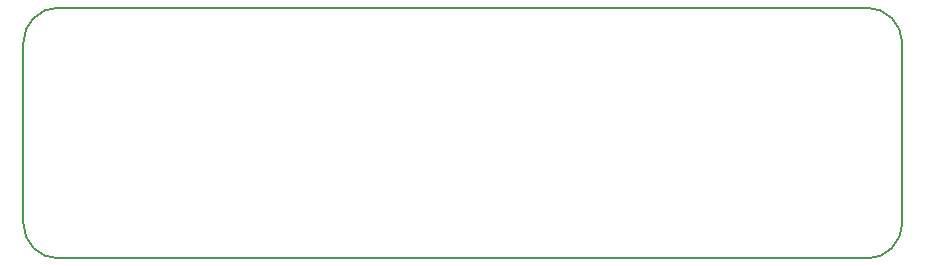
<source format=gbr>
%TF.GenerationSoftware,KiCad,Pcbnew,9.0.6*%
%TF.CreationDate,2026-01-18T22:32:41-05:00*%
%TF.ProjectId,Photon,50686f74-6f6e-42e6-9b69-6361645f7063,1.3*%
%TF.SameCoordinates,Original*%
%TF.FileFunction,Profile,NP*%
%FSLAX46Y46*%
G04 Gerber Fmt 4.6, Leading zero omitted, Abs format (unit mm)*
G04 Created by KiCad (PCBNEW 9.0.6) date 2026-01-18 22:32:41*
%MOMM*%
%LPD*%
G01*
G04 APERTURE LIST*
%TA.AperFunction,Profile*%
%ADD10C,0.200000*%
%TD*%
G04 APERTURE END LIST*
D10*
X67533000Y-47723000D02*
X135955000Y-47723000D01*
X138955000Y-65963000D02*
G75*
G02*
X135955000Y-68963000I-3000000J0D01*
G01*
X67533000Y-68963000D02*
G75*
G02*
X64533000Y-65963000I0J3000000D01*
G01*
X138955000Y-50723000D02*
X138955000Y-65963000D01*
X64533001Y-50723000D02*
G75*
G02*
X67533000Y-47723001I2999999J0D01*
G01*
X135955000Y-68963000D02*
X67533000Y-68963000D01*
X135955000Y-47723000D02*
G75*
G02*
X138955000Y-50723000I0J-3000000D01*
G01*
X64533001Y-65963000D02*
X64533001Y-50723000D01*
M02*

</source>
